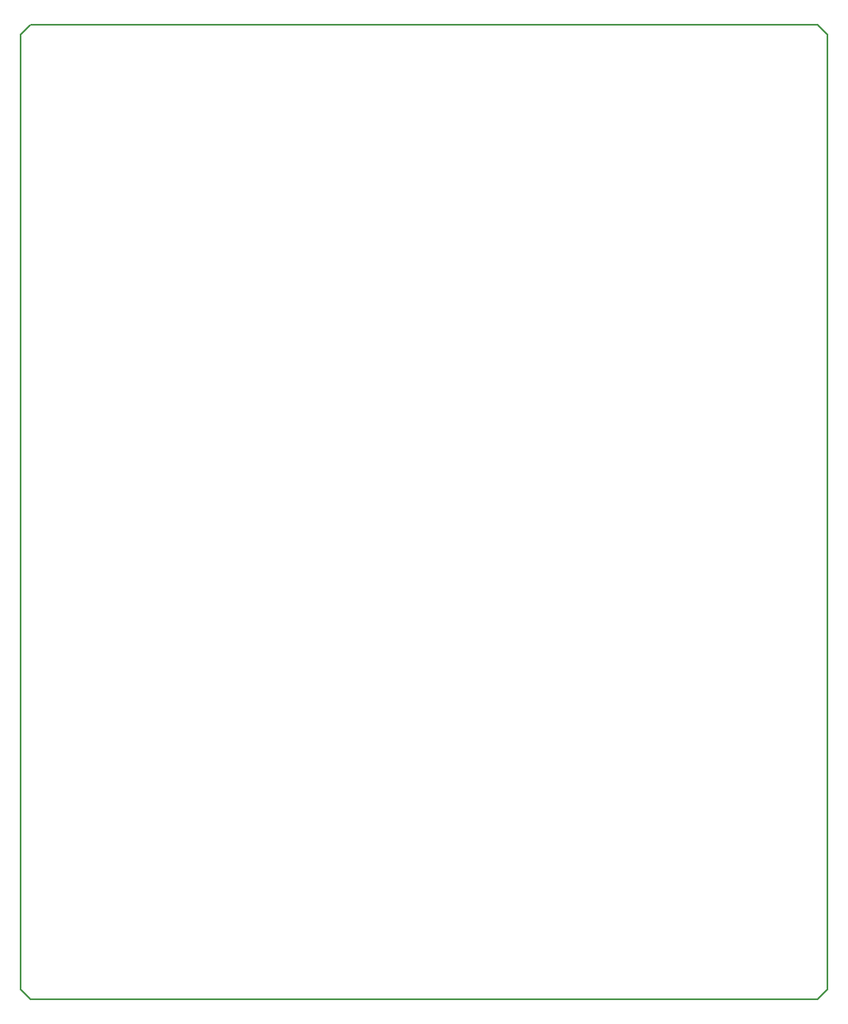
<source format=gbr>
G04 #@! TF.GenerationSoftware,KiCad,Pcbnew,(5.1.6)-1*
G04 #@! TF.CreationDate,2020-12-01T12:35:28-05:00*
G04 #@! TF.ProjectId,Synth,53796e74-682e-46b6-9963-61645f706362,rev?*
G04 #@! TF.SameCoordinates,Original*
G04 #@! TF.FileFunction,Profile,NP*
%FSLAX46Y46*%
G04 Gerber Fmt 4.6, Leading zero omitted, Abs format (unit mm)*
G04 Created by KiCad (PCBNEW (5.1.6)-1) date 2020-12-01 12:35:28*
%MOMM*%
%LPD*%
G01*
G04 APERTURE LIST*
G04 #@! TA.AperFunction,Profile*
%ADD10C,0.150000*%
G04 #@! TD*
G04 APERTURE END LIST*
D10*
X108840000Y-24000000D02*
X109840000Y-25000000D01*
X109840000Y-123000000D02*
X108840000Y-124000000D01*
X27000000Y-123000000D02*
X28000000Y-124000000D01*
X28000000Y-24000000D02*
X27000000Y-25000000D01*
X28000000Y-24000000D02*
X108840000Y-24000000D01*
X109840000Y-25000000D02*
X109840000Y-123000000D01*
X28000000Y-124000000D02*
X108840000Y-124000000D01*
X27000000Y-25000000D02*
X27000000Y-123000000D01*
M02*

</source>
